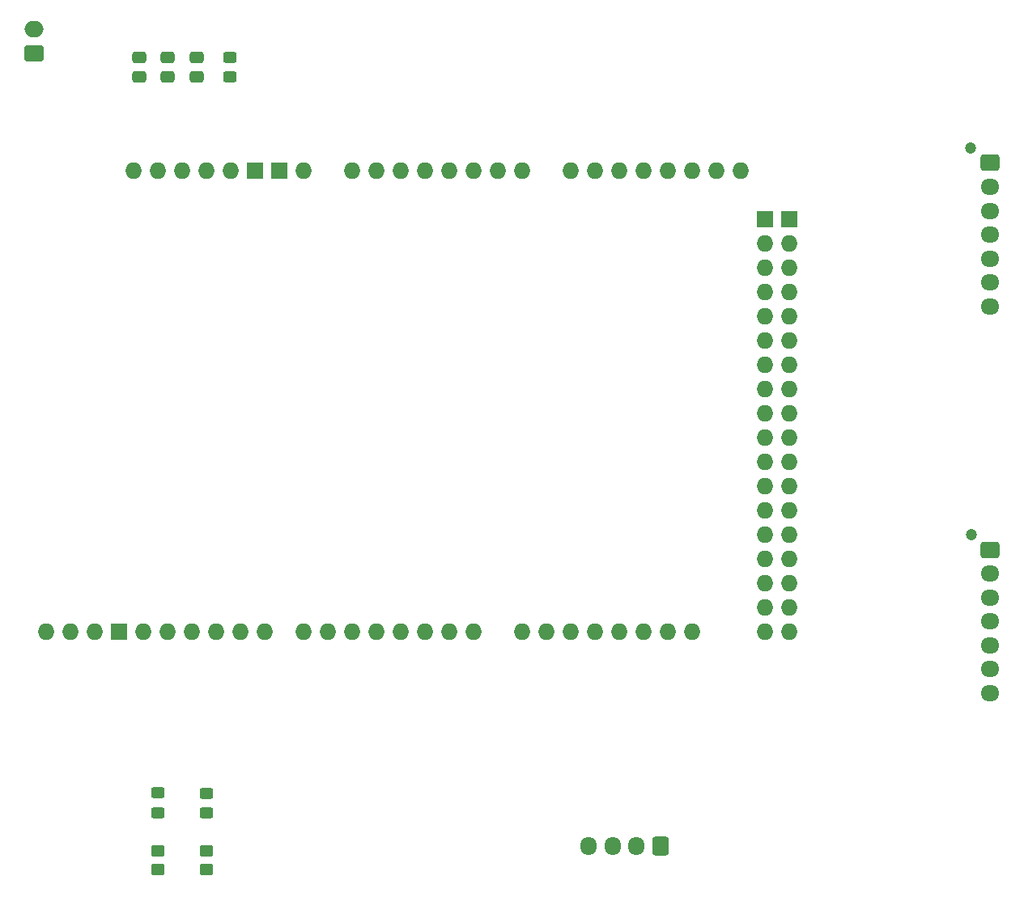
<source format=gbr>
%TF.GenerationSoftware,KiCad,Pcbnew,8.0.1*%
%TF.CreationDate,2024-05-22T11:23:19+02:00*%
%TF.ProjectId,Master,4d617374-6572-42e6-9b69-6361645f7063,rev?*%
%TF.SameCoordinates,Original*%
%TF.FileFunction,Soldermask,Top*%
%TF.FilePolarity,Negative*%
%FSLAX46Y46*%
G04 Gerber Fmt 4.6, Leading zero omitted, Abs format (unit mm)*
G04 Created by KiCad (PCBNEW 8.0.1) date 2024-05-22 11:23:19*
%MOMM*%
%LPD*%
G01*
G04 APERTURE LIST*
G04 Aperture macros list*
%AMRoundRect*
0 Rectangle with rounded corners*
0 $1 Rounding radius*
0 $2 $3 $4 $5 $6 $7 $8 $9 X,Y pos of 4 corners*
0 Add a 4 corners polygon primitive as box body*
4,1,4,$2,$3,$4,$5,$6,$7,$8,$9,$2,$3,0*
0 Add four circle primitives for the rounded corners*
1,1,$1+$1,$2,$3*
1,1,$1+$1,$4,$5*
1,1,$1+$1,$6,$7*
1,1,$1+$1,$8,$9*
0 Add four rect primitives between the rounded corners*
20,1,$1+$1,$2,$3,$4,$5,0*
20,1,$1+$1,$4,$5,$6,$7,0*
20,1,$1+$1,$6,$7,$8,$9,0*
20,1,$1+$1,$8,$9,$2,$3,0*%
G04 Aperture macros list end*
%ADD10RoundRect,0.250000X0.475000X-0.337500X0.475000X0.337500X-0.475000X0.337500X-0.475000X-0.337500X0*%
%ADD11RoundRect,0.250000X0.450000X-0.350000X0.450000X0.350000X-0.450000X0.350000X-0.450000X-0.350000X0*%
%ADD12C,1.200000*%
%ADD13RoundRect,0.250000X-0.725000X0.600000X-0.725000X-0.600000X0.725000X-0.600000X0.725000X0.600000X0*%
%ADD14O,1.950000X1.700000*%
%ADD15RoundRect,0.250000X0.600000X0.725000X-0.600000X0.725000X-0.600000X-0.725000X0.600000X-0.725000X0*%
%ADD16O,1.700000X1.950000*%
%ADD17O,1.727200X1.727200*%
%ADD18R,1.727200X1.727200*%
%ADD19RoundRect,0.250000X0.450000X-0.325000X0.450000X0.325000X-0.450000X0.325000X-0.450000X-0.325000X0*%
%ADD20RoundRect,0.250000X0.750000X-0.600000X0.750000X0.600000X-0.750000X0.600000X-0.750000X-0.600000X0*%
%ADD21O,2.000000X1.700000*%
G04 APERTURE END LIST*
D10*
%TO.C,C3*%
X115500000Y-62525000D03*
X115500000Y-60450000D03*
%TD*%
%TO.C,C2*%
X112490000Y-62525000D03*
X112490000Y-60450000D03*
%TD*%
D11*
%TO.C,R2*%
X116500000Y-145500000D03*
X116500000Y-143500000D03*
%TD*%
%TO.C,R1*%
X111500000Y-145500000D03*
X111500000Y-143500000D03*
%TD*%
D12*
%TO.C,J2*%
X196525000Y-110400000D03*
D13*
X198525000Y-112000000D03*
D14*
X198525000Y-114500000D03*
X198525000Y-117000000D03*
X198525000Y-119500000D03*
X198525000Y-122000000D03*
X198525000Y-124500000D03*
X198525000Y-127000000D03*
%TD*%
D15*
%TO.C,J6*%
X164000000Y-143000000D03*
D16*
X161500000Y-143000000D03*
X159000000Y-143000000D03*
X156500000Y-143000000D03*
%TD*%
D17*
%TO.C,A1*%
X108940000Y-72340000D03*
X116560000Y-72340000D03*
X119100000Y-72340000D03*
X174980000Y-120600000D03*
X177520000Y-120600000D03*
X131800000Y-72340000D03*
X134340000Y-72340000D03*
X136880000Y-72340000D03*
X139420000Y-72340000D03*
X141960000Y-72340000D03*
X144500000Y-72340000D03*
X147040000Y-72340000D03*
X149580000Y-72340000D03*
X154660000Y-72340000D03*
X157200000Y-72340000D03*
X159740000Y-72340000D03*
X162280000Y-72340000D03*
X164820000Y-72340000D03*
X167360000Y-72340000D03*
X169900000Y-72340000D03*
X172440000Y-72340000D03*
X104876000Y-120600000D03*
X144500000Y-120600000D03*
X141960000Y-120600000D03*
X139420000Y-120600000D03*
X136880000Y-120600000D03*
X134340000Y-120600000D03*
X131800000Y-120600000D03*
X129260000Y-120600000D03*
X126720000Y-120600000D03*
X122656000Y-120600000D03*
X120116000Y-120600000D03*
X117576000Y-120600000D03*
X115036000Y-120600000D03*
X112496000Y-120600000D03*
X109956000Y-120600000D03*
X149580000Y-120600000D03*
X152120000Y-120600000D03*
X154660000Y-120600000D03*
X157200000Y-120600000D03*
X159740000Y-120600000D03*
X162280000Y-120600000D03*
X164820000Y-120600000D03*
X167360000Y-120600000D03*
X174980000Y-118060000D03*
X177520000Y-118060000D03*
X174980000Y-115520000D03*
X177520000Y-115520000D03*
X174980000Y-112980000D03*
X177520000Y-112980000D03*
X174980000Y-110440000D03*
X177520000Y-110440000D03*
X174980000Y-107900000D03*
X177520000Y-107900000D03*
X174980000Y-105360000D03*
X177520000Y-105360000D03*
X174980000Y-102820000D03*
X177520000Y-102820000D03*
X174980000Y-100280000D03*
X177520000Y-100280000D03*
X174980000Y-97740000D03*
X177520000Y-97740000D03*
X174980000Y-95200000D03*
X177520000Y-95200000D03*
X174980000Y-92660000D03*
X177520000Y-92660000D03*
X174980000Y-90120000D03*
X177520000Y-90120000D03*
X174980000Y-87580000D03*
X177520000Y-87580000D03*
X174980000Y-85040000D03*
X177520000Y-85040000D03*
X174980000Y-82500000D03*
X177520000Y-82500000D03*
X174980000Y-79960000D03*
X177520000Y-79960000D03*
D18*
X107416000Y-120600000D03*
X121640000Y-72340000D03*
X124180000Y-72340000D03*
X174980000Y-77420000D03*
X177520000Y-77420000D03*
D17*
X111480000Y-72340000D03*
X114020000Y-72340000D03*
X99796000Y-120600000D03*
X102336000Y-120600000D03*
X126720000Y-72340000D03*
%TD*%
D10*
%TO.C,C1*%
X109480000Y-62525000D03*
X109480000Y-60450000D03*
%TD*%
D19*
%TO.C,D1*%
X119000000Y-62500000D03*
X119000000Y-60450000D03*
%TD*%
D12*
%TO.C,J1*%
X196500000Y-69900000D03*
D13*
X198500000Y-71500000D03*
D14*
X198500000Y-74000000D03*
X198500000Y-76500000D03*
X198500000Y-79000000D03*
X198500000Y-81500000D03*
X198500000Y-84000000D03*
X198500000Y-86500000D03*
%TD*%
D19*
%TO.C,D3*%
X116500000Y-139550000D03*
X116500000Y-137500000D03*
%TD*%
D20*
%TO.C,J3*%
X98500000Y-60000000D03*
D21*
X98500000Y-57500000D03*
%TD*%
D19*
%TO.C,D2*%
X111500000Y-139500000D03*
X111500000Y-137450000D03*
%TD*%
M02*

</source>
